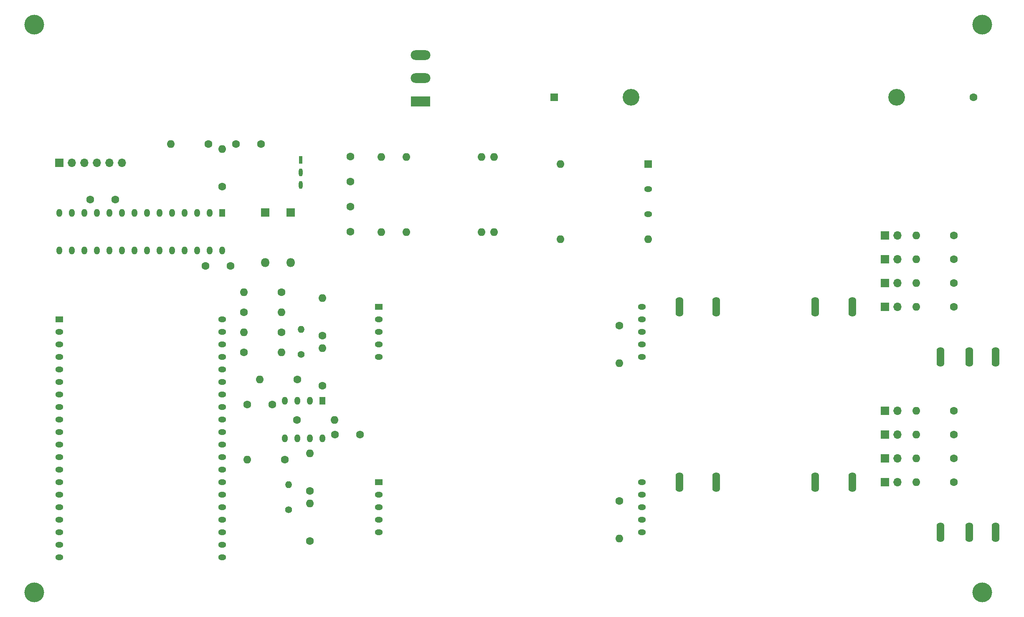
<source format=gbs>
G04 #@! TF.GenerationSoftware,KiCad,Pcbnew,(5.1.7-0-10_14)*
G04 #@! TF.CreationDate,2021-07-16T13:45:34+09:00*
G04 #@! TF.ProjectId,EiMS,45694d53-2e6b-4696-9361-645f70636258,1.0*
G04 #@! TF.SameCoordinates,Original*
G04 #@! TF.FileFunction,Soldermask,Bot*
G04 #@! TF.FilePolarity,Negative*
%FSLAX46Y46*%
G04 Gerber Fmt 4.6, Leading zero omitted, Abs format (unit mm)*
G04 Created by KiCad (PCBNEW (5.1.7-0-10_14)) date 2021-07-16 13:45:34*
%MOMM*%
%LPD*%
G01*
G04 APERTURE LIST*
%ADD10O,1.600000X4.000000*%
%ADD11C,4.000000*%
%ADD12R,1.200000X1.600000*%
%ADD13O,1.200000X1.600000*%
%ADD14O,1.600000X1.600000*%
%ADD15R,0.800000X1.600000*%
%ADD16O,0.800000X1.600000*%
%ADD17C,3.400000*%
%ADD18C,1.600000*%
%ADD19R,1.600000X1.600000*%
%ADD20O,1.800000X1.800000*%
%ADD21R,1.800000X1.800000*%
%ADD22O,1.600000X1.200000*%
%ADD23R,1.600000X1.200000*%
%ADD24O,1.700000X1.700000*%
%ADD25R,1.700000X1.700000*%
%ADD26C,1.400000*%
%ADD27O,1.400000X1.400000*%
%ADD28O,4.000000X2.000000*%
%ADD29R,4.000000X2.000000*%
G04 APERTURE END LIST*
D10*
X185179000Y-130772000D03*
X177738000Y-130772000D03*
X205245000Y-130772000D03*
X212738000Y-130772000D03*
X185179000Y-95212000D03*
X177738000Y-95212000D03*
X205245000Y-95212000D03*
X212738000Y-95212000D03*
D11*
X46900000Y-37900000D03*
X239100000Y-37900000D03*
X46900000Y-153100000D03*
X239100000Y-153100000D03*
D12*
X84986000Y-76162000D03*
D13*
X84986000Y-83782000D03*
X82446000Y-83782000D03*
X79906000Y-83782000D03*
X77366000Y-83782000D03*
X74826000Y-83782000D03*
X72286000Y-83782000D03*
X69746000Y-83782000D03*
X67206000Y-83782000D03*
X64666000Y-83782000D03*
X62126000Y-83782000D03*
X59586000Y-83782000D03*
X57046000Y-83782000D03*
X54506000Y-83782000D03*
X51966000Y-83782000D03*
X51966000Y-76162000D03*
X54506000Y-76162000D03*
X57046000Y-76162000D03*
X59586000Y-76162000D03*
X62126000Y-76162000D03*
X64666000Y-76162000D03*
X67206000Y-76162000D03*
X69746000Y-76162000D03*
X72286000Y-76162000D03*
X74826000Y-76162000D03*
X77366000Y-76162000D03*
X79906000Y-76162000D03*
X82446000Y-76162000D03*
X97673500Y-121884500D03*
X100213500Y-121884500D03*
X102753500Y-121884500D03*
X105293500Y-121884500D03*
X97673500Y-114264500D03*
X100213500Y-114264500D03*
X102753500Y-114264500D03*
D12*
X105293500Y-114264500D03*
D14*
X140100000Y-79980000D03*
X137560000Y-79980000D03*
X122320000Y-79980000D03*
X117240000Y-79980000D03*
X117240000Y-64760000D03*
X122320000Y-64760000D03*
X137560000Y-64760000D03*
X140100000Y-64760000D03*
D15*
X100900000Y-65400000D03*
D16*
X100900000Y-67940000D03*
X100900000Y-70480000D03*
D17*
X167879100Y-52700000D03*
X221714400Y-52700000D03*
D18*
X237300000Y-52700000D03*
D19*
X152300000Y-52700000D03*
D20*
X98900000Y-86160000D03*
D21*
X98900000Y-76000000D03*
D20*
X93700000Y-86160000D03*
D21*
X93700000Y-76000000D03*
D22*
X85020000Y-135800000D03*
X85020000Y-125640000D03*
X85020000Y-143420000D03*
X85020000Y-105320000D03*
X85020000Y-145960000D03*
X85020000Y-115480000D03*
X85020000Y-112940000D03*
X85020000Y-133260000D03*
X85020000Y-100240000D03*
X85020000Y-97700000D03*
X85020000Y-107860000D03*
X85020000Y-128180000D03*
X85020000Y-118020000D03*
X85020000Y-120560000D03*
X85020000Y-110400000D03*
X85020000Y-102780000D03*
X85020000Y-130720000D03*
X85020000Y-138340000D03*
X85020000Y-140880000D03*
X85020000Y-123100000D03*
X52000000Y-145960000D03*
X52000000Y-143420000D03*
X52000000Y-140880000D03*
X52000000Y-138340000D03*
X52000000Y-135800000D03*
X52000000Y-133260000D03*
X52000000Y-130720000D03*
X52000000Y-128180000D03*
X52000000Y-125640000D03*
X52000000Y-123100000D03*
X52000000Y-120560000D03*
X52000000Y-118020000D03*
X52000000Y-115480000D03*
X52000000Y-112940000D03*
X52000000Y-110400000D03*
X52000000Y-107860000D03*
X52000000Y-105320000D03*
X52000000Y-102780000D03*
X52000000Y-100240000D03*
D23*
X52000000Y-97700000D03*
D22*
X170066000Y-130772000D03*
X170066000Y-135852000D03*
X170066000Y-133312000D03*
X170066000Y-140932000D03*
X170066000Y-138392000D03*
X116726000Y-140932000D03*
X116726000Y-138392000D03*
X116726000Y-135852000D03*
X116726000Y-133312000D03*
D23*
X116726000Y-130772000D03*
D22*
X170066000Y-95212000D03*
X170066000Y-100292000D03*
X170066000Y-97752000D03*
X170066000Y-105372000D03*
X170066000Y-102832000D03*
X116726000Y-105372000D03*
X116726000Y-102832000D03*
X116726000Y-100292000D03*
X116726000Y-97752000D03*
D23*
X116726000Y-95212000D03*
D14*
X153556000Y-81496000D03*
X153556000Y-66256000D03*
X171336000Y-81496000D03*
D22*
X171336000Y-76416000D03*
X171336000Y-71336000D03*
D19*
X171336000Y-66256000D03*
D10*
X230614000Y-140932000D03*
X236464000Y-140932000D03*
X241814000Y-140932000D03*
D18*
X63320000Y-73434000D03*
X58240000Y-73434000D03*
X92850000Y-62192000D03*
X87770000Y-62192000D03*
X111001000Y-64734500D03*
X111001000Y-69814500D03*
X111001000Y-74894500D03*
X111001000Y-79974500D03*
X90056000Y-115024000D03*
X95136000Y-115024000D03*
X107836000Y-121120000D03*
X112916000Y-121120000D03*
X86688000Y-86896000D03*
X81608000Y-86896000D03*
D24*
X64656000Y-66002000D03*
X62116000Y-66002000D03*
X59576000Y-66002000D03*
X57036000Y-66002000D03*
X54496000Y-66002000D03*
D25*
X51956000Y-66002000D03*
D10*
X241814000Y-105372000D03*
X236464000Y-105372000D03*
X230614000Y-105372000D03*
D24*
X221882000Y-80734000D03*
D25*
X219342000Y-80734000D03*
D24*
X221882000Y-85560000D03*
D25*
X219342000Y-85560000D03*
X219342000Y-90386000D03*
D24*
X221882000Y-90386000D03*
X221882000Y-95212000D03*
D25*
X219342000Y-95212000D03*
X219342000Y-116294000D03*
D24*
X221882000Y-116294000D03*
D25*
X219342000Y-121120000D03*
D24*
X221882000Y-121120000D03*
D25*
X219342000Y-125946000D03*
D24*
X221882000Y-125946000D03*
X221882000Y-130772000D03*
D25*
X219342000Y-130772000D03*
D14*
X74562000Y-62192000D03*
D18*
X82182000Y-62192000D03*
D14*
X84976000Y-63208000D03*
D18*
X84976000Y-70828000D03*
D14*
X89440000Y-92191000D03*
D18*
X97060000Y-92191000D03*
X89440000Y-96255000D03*
D14*
X97060000Y-96255000D03*
X89440000Y-100319000D03*
D18*
X97060000Y-100319000D03*
X89440000Y-104383000D03*
D14*
X97060000Y-104383000D03*
X107800000Y-118100000D03*
D18*
X100180000Y-118100000D03*
D14*
X90056000Y-126200000D03*
D18*
X97676000Y-126200000D03*
D26*
X98438000Y-136360000D03*
D27*
X98438000Y-131280000D03*
D14*
X102756000Y-135090000D03*
D18*
X102756000Y-142710000D03*
X102756000Y-132550000D03*
D14*
X102756000Y-124930000D03*
D18*
X100216000Y-109944000D03*
D14*
X92596000Y-109944000D03*
D18*
X105296000Y-111214000D03*
D14*
X105296000Y-103594000D03*
D18*
X105296000Y-101054000D03*
D14*
X105296000Y-93434000D03*
D27*
X100978000Y-99784000D03*
D26*
X100978000Y-104864000D03*
D14*
X165494000Y-106642000D03*
D18*
X165494000Y-99022000D03*
D14*
X165494000Y-142202000D03*
D18*
X165494000Y-134582000D03*
X233312000Y-80734000D03*
D14*
X225692000Y-80734000D03*
X225692000Y-85560000D03*
D18*
X233312000Y-85560000D03*
X233312000Y-90386000D03*
D14*
X225692000Y-90386000D03*
X225692000Y-95212000D03*
D18*
X233312000Y-95212000D03*
X233312000Y-116294000D03*
D14*
X225692000Y-116294000D03*
D18*
X233312000Y-121120000D03*
D14*
X225692000Y-121120000D03*
X225692000Y-125946000D03*
D18*
X233312000Y-125946000D03*
X233312000Y-130772000D03*
D14*
X225692000Y-130772000D03*
D28*
X125254000Y-44079000D03*
X125254000Y-48779000D03*
D29*
X125254000Y-53479000D03*
M02*

</source>
